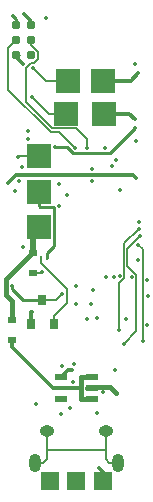
<source format=gbr>
G04 #@! TF.FileFunction,Copper,L4,Bot,Signal*
%FSLAX46Y46*%
G04 Gerber Fmt 4.6, Leading zero omitted, Abs format (unit mm)*
G04 Created by KiCad (PCBNEW 4.0.5) date 07/06/17 21:13:05*
%MOMM*%
%LPD*%
G01*
G04 APERTURE LIST*
%ADD10C,0.100000*%
%ADD11O,1.250000X0.950000*%
%ADD12O,1.000000X1.550000*%
%ADD13R,2.000000X2.000000*%
%ADD14C,0.787000*%
%ADD15R,1.500000X1.500000*%
%ADD16R,0.800000X0.900000*%
%ADD17R,0.280000X0.430000*%
%ADD18R,1.100000X0.600000*%
%ADD19R,0.800000X0.600000*%
%ADD20C,0.355600*%
%ADD21C,0.304800*%
%ADD22C,0.203200*%
%ADD23C,0.304800*%
%ADD24C,0.254000*%
%ADD25C,0.381000*%
%ADD26C,0.152400*%
%ADD27C,0.508000*%
G04 APERTURE END LIST*
D10*
D11*
X137200000Y-102409000D03*
X142200000Y-102409000D03*
D12*
X136200000Y-105109000D03*
X143200000Y-105109000D03*
D13*
X138962000Y-72771000D03*
X141962000Y-72771000D03*
D14*
X134569200Y-70637400D03*
X135839200Y-70637400D03*
X134569200Y-69367400D03*
X135839200Y-69367400D03*
X134569200Y-68097400D03*
X135839200Y-68097400D03*
D15*
X141950000Y-106680000D03*
X139700000Y-106680000D03*
X137450000Y-106680000D03*
D16*
X137789960Y-93339160D03*
X135889960Y-93339160D03*
X136839960Y-91339160D03*
D17*
X136717120Y-87797640D03*
X137237120Y-87797640D03*
D13*
X136525000Y-85169000D03*
X136525000Y-82169000D03*
X136525000Y-79169000D03*
D18*
X141045720Y-97820440D03*
X141045720Y-98770440D03*
X141045720Y-99720440D03*
X138445720Y-99720440D03*
X138445720Y-97820440D03*
D13*
X142089000Y-75565000D03*
X138839000Y-75565000D03*
D19*
X134239000Y-94753800D03*
X134239000Y-93053800D03*
X136017000Y-89064200D03*
X136017000Y-87364200D03*
D20*
X136067800Y-71704200D03*
X135153400Y-71323200D03*
X135610600Y-77749400D03*
X135102600Y-80060800D03*
X139141200Y-100482400D03*
X136271000Y-100126800D03*
X135915400Y-92329000D03*
X139496800Y-96723200D03*
X140970000Y-91694000D03*
X134874000Y-81229200D03*
X141071600Y-81305400D03*
X141071600Y-80238600D03*
X138938000Y-82448400D03*
X139662799Y-91668600D03*
X138277600Y-81508600D03*
X144729200Y-77851000D03*
X143408400Y-82016600D03*
X135940800Y-74142600D03*
X144703800Y-71374000D03*
X137134600Y-67437000D03*
X135585200Y-77012800D03*
X141135382Y-90527782D03*
X143103600Y-99212400D03*
X141478000Y-100914200D03*
X134772400Y-79222600D03*
X134518400Y-82118200D03*
X142163800Y-78460600D03*
X138202199Y-83413438D03*
X143367362Y-89311540D03*
X139649200Y-90195400D03*
X134366000Y-67335400D03*
D21*
X141605000Y-105521760D03*
D20*
X135204200Y-86842600D03*
X139344400Y-97256600D03*
X145745200Y-91033600D03*
X135255000Y-67132200D03*
X144780000Y-81051400D03*
X133959600Y-81432400D03*
X144653000Y-76809600D03*
X137939499Y-78413842D03*
X140614400Y-78486000D03*
X139573000Y-78460600D03*
X138430000Y-100965000D03*
X141478000Y-92862400D03*
X142240000Y-89382600D03*
X138531600Y-96926400D03*
X144932400Y-87934800D03*
X141986000Y-99161600D03*
X145313400Y-94818200D03*
X144932400Y-86664800D03*
X144983200Y-85318600D03*
X143306800Y-93853001D03*
X139395200Y-98298000D03*
X142900400Y-89433400D03*
X142951200Y-97307400D03*
X144399000Y-89382600D03*
X143713200Y-95072200D03*
X145059400Y-85953600D03*
X140614400Y-92989400D03*
X145008600Y-84734400D03*
X138506200Y-90855800D03*
X134239000Y-90144600D03*
X143078200Y-79451200D03*
X144907000Y-72161400D03*
X142707808Y-79999392D03*
X144678400Y-76047600D03*
X145694400Y-93497400D03*
X145719800Y-89636600D03*
X143891000Y-92913200D03*
X136829800Y-89001600D03*
D22*
X138962000Y-72771000D02*
X137134600Y-72771000D01*
X137134600Y-72771000D02*
X136067800Y-71704200D01*
D23*
X134569200Y-70637400D02*
X134569200Y-70739000D01*
X134569200Y-70739000D02*
X135153400Y-71323200D01*
X135889960Y-93339160D02*
X135889960Y-92354440D01*
X135889960Y-92354440D02*
X135915400Y-92329000D01*
D24*
X134569200Y-70637400D02*
X134823200Y-70637400D01*
D22*
X136525000Y-79169000D02*
X134826000Y-79169000D01*
X134826000Y-79169000D02*
X134772400Y-79222600D01*
X138839000Y-75565000D02*
X137363200Y-75565000D01*
X137363200Y-75565000D02*
X135940800Y-74142600D01*
D25*
X141045720Y-98770440D02*
X141149861Y-98666299D01*
X141149861Y-98666299D02*
X142557499Y-98666299D01*
X142557499Y-98666299D02*
X143103600Y-99212400D01*
D24*
X134569200Y-68097400D02*
X134569200Y-67538600D01*
X134569200Y-67538600D02*
X134366000Y-67335400D01*
D25*
X141045720Y-98770440D02*
X140601650Y-98770440D01*
D23*
X141950000Y-106680000D02*
X141950000Y-105866760D01*
X141950000Y-105866760D02*
X141605000Y-105521760D01*
X136525000Y-79169000D02*
X135988800Y-79169000D01*
X139344400Y-97256600D02*
X139009560Y-97256600D01*
X139009560Y-97256600D02*
X138445720Y-97820440D01*
X138445720Y-97820440D02*
X138195720Y-97820440D01*
D24*
X135839200Y-68097400D02*
X135839200Y-67716400D01*
X135839200Y-67716400D02*
X135255000Y-67132200D01*
D23*
X133959600Y-81432400D02*
X134620001Y-80771999D01*
X134620001Y-80771999D02*
X144500599Y-80771999D01*
X144500599Y-80771999D02*
X144780000Y-81051400D01*
D24*
X140969999Y-78917801D02*
X142544799Y-78917801D01*
X142544799Y-78917801D02*
X144653000Y-76809600D01*
X137939499Y-78413842D02*
X138887176Y-78413842D01*
X138887176Y-78413842D02*
X139391135Y-78917801D01*
X139391135Y-78917801D02*
X140969999Y-78917801D01*
D22*
X140614400Y-77749400D02*
X140614400Y-78486000D01*
X139658601Y-76793601D02*
X140614400Y-77749400D01*
X137656119Y-76793601D02*
X139658601Y-76793601D01*
X135432800Y-71729600D02*
X135432800Y-74570282D01*
X135432800Y-74570282D02*
X137656119Y-76793601D01*
X135902899Y-71259501D02*
X135432800Y-71729600D01*
X136137809Y-71259501D02*
X135902899Y-71259501D01*
X135839200Y-69367400D02*
X135839200Y-69716690D01*
X135839200Y-69716690D02*
X136461301Y-70338791D01*
X136461301Y-70936009D02*
X136137809Y-71259501D01*
X136461301Y-70338791D02*
X136461301Y-70936009D01*
X139573000Y-78460600D02*
X138236211Y-77123811D01*
X138236211Y-77123811D02*
X137519342Y-77123811D01*
X137519342Y-77123811D02*
X133947099Y-73551568D01*
X133947099Y-73551568D02*
X133947099Y-69989501D01*
X133947099Y-69989501D02*
X134175701Y-69760899D01*
X134175701Y-69760899D02*
X134569200Y-69367400D01*
X142200000Y-104013000D02*
X142200000Y-104812200D01*
X142200000Y-102409000D02*
X142200000Y-104013000D01*
X137200000Y-102409000D02*
X137200000Y-104114600D01*
X137200000Y-104114600D02*
X137200000Y-104812200D01*
X142200000Y-104013000D02*
X137301600Y-104013000D01*
X137301600Y-104013000D02*
X137200000Y-104114600D01*
X142200000Y-104812200D02*
X142496800Y-105109000D01*
X142496800Y-105109000D02*
X143200000Y-105109000D01*
X137200000Y-104812200D02*
X136903200Y-105109000D01*
X136903200Y-105109000D02*
X136200000Y-105109000D01*
D26*
X144932400Y-86664800D02*
X145313400Y-87045800D01*
X145313400Y-87045800D02*
X145313400Y-94818200D01*
X143306800Y-93853001D02*
X143306800Y-89935984D01*
X143306800Y-89935984D02*
X143748363Y-89494421D01*
X143748363Y-89494421D02*
X143748363Y-86553437D01*
X143748363Y-86553437D02*
X144983200Y-85318600D01*
X145059400Y-85953600D02*
X144027773Y-86985227D01*
X144027773Y-86985227D02*
X144027773Y-88447491D01*
X144027773Y-88447491D02*
X144780001Y-89199719D01*
X144780001Y-94005399D02*
X143713200Y-95072200D01*
X144780001Y-89199719D02*
X144780001Y-94005399D01*
D22*
X136839960Y-91339160D02*
X138022840Y-91339160D01*
X138022840Y-91339160D02*
X138506200Y-90855800D01*
D24*
X134239000Y-90144600D02*
X134239000Y-90396047D01*
X134239000Y-90396047D02*
X135182113Y-91339160D01*
X135182113Y-91339160D02*
X136185960Y-91339160D01*
X136185960Y-91339160D02*
X136839960Y-91339160D01*
D23*
X141962000Y-72771000D02*
X144297400Y-72771000D01*
X144297400Y-72771000D02*
X144907000Y-72161400D01*
X142089000Y-75565000D02*
X144195800Y-75565000D01*
X144195800Y-75565000D02*
X144678400Y-76047600D01*
D22*
X136717120Y-87797640D02*
X136717120Y-88215840D01*
X136717120Y-88215840D02*
X138912601Y-90411321D01*
X138912601Y-90411321D02*
X138912601Y-91563319D01*
X138912601Y-91563319D02*
X137789960Y-92685960D01*
X137789960Y-92685960D02*
X137789960Y-93339160D01*
D24*
X137779001Y-83499201D02*
X136601201Y-83499201D01*
X136601201Y-83499201D02*
X136525000Y-83423000D01*
X136525000Y-83423000D02*
X136525000Y-82169000D01*
X137237120Y-87797640D02*
X137237120Y-87328640D01*
X137779001Y-86786759D02*
X137779001Y-83499201D01*
X137237120Y-87328640D02*
X137779001Y-86786759D01*
D25*
X133743699Y-90919299D02*
X134239000Y-91414600D01*
X134239000Y-91414600D02*
X134239000Y-93053800D01*
X136017000Y-87364200D02*
X135917000Y-87364200D01*
X135917000Y-87364200D02*
X133743699Y-89537501D01*
X133743699Y-89537501D02*
X133743699Y-90919299D01*
D27*
X136017000Y-87364200D02*
X136017000Y-85677000D01*
X136017000Y-85677000D02*
X136525000Y-85169000D01*
D25*
X140093640Y-99699360D02*
X140093640Y-98831400D01*
X140093640Y-98831400D02*
X140093640Y-97841520D01*
D23*
X134239000Y-94753800D02*
X134239000Y-95358600D01*
X134239000Y-95358600D02*
X137711800Y-98831400D01*
X137711800Y-98831400D02*
X140093640Y-98831400D01*
D25*
X141045720Y-99720440D02*
X140114720Y-99720440D01*
X140114720Y-99720440D02*
X140093640Y-99699360D01*
X140093640Y-97841520D02*
X140114720Y-97820440D01*
X140114720Y-97820440D02*
X141045720Y-97820440D01*
D26*
X136017000Y-89064200D02*
X136767200Y-89064200D01*
X136767200Y-89064200D02*
X136829800Y-89001600D01*
M02*

</source>
